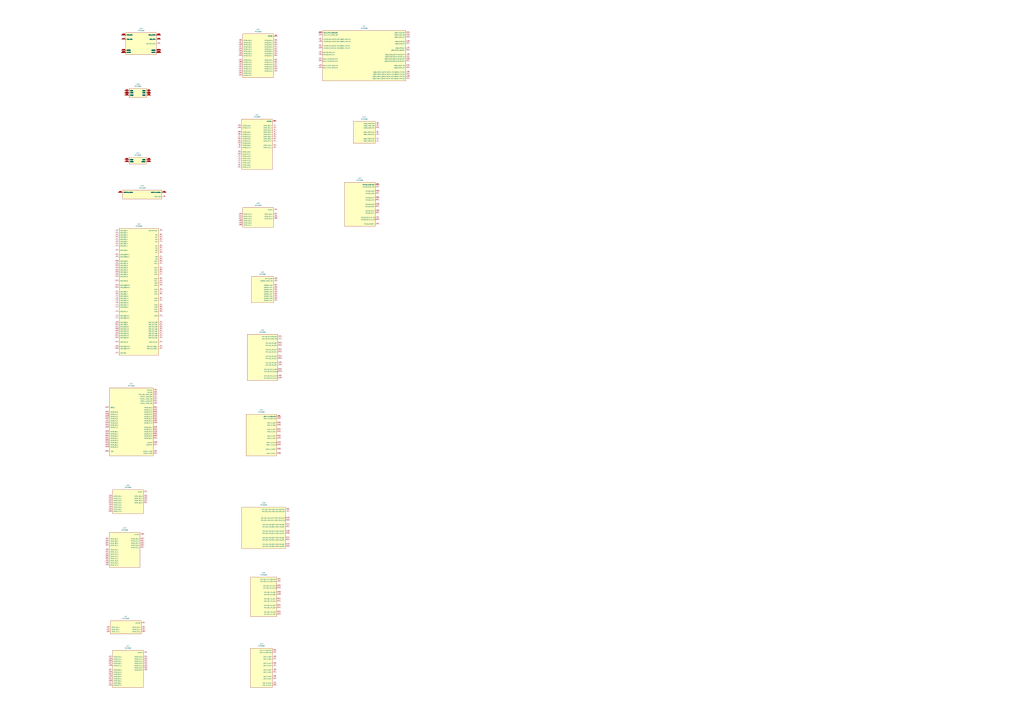
<source format=kicad_sch>
(kicad_sch (version 20250114) (generator "eeschema") (generator_version "9.0")
  (paper "A0")
  (symbol (lib_id "RK3568:RK3568") (at 165.1 226.06 0) (unit 4)
    (property "Reference" "U1" (at 165.1 215.9 0))
    (property "Value" "RK3568" (at 165.1 218.44 0))
    (property "Footprint" "RK3568:BGA636C65P28X28_1900X1900X168" (effects (hide yes)))
    (property "MF" "Rockchip" (effects (hide yes)))
    (property "MAXIMUM_PACKAGE_HEIGHT" "1.68mm" (effects (hide yes)))
    (property "Package" "None" (effects (hide yes)))
    (property "Price" "None" (effects (hide yes)))
    (property "Check_prices" "https://www.snapeda.com/parts/RK3568/Fuzhou+Rockchip+Electronics+Co/view-part/?ref=eda" (effects (hide yes)))
    (property "STANDARD" "IPC-7351B" (effects (hide yes)))
    (property "PARTREV" "1.3" (effects (hide yes)))
    (property "SnapEDA_Link" "https://www.snapeda.com/parts/RK3568/Fuzhou+Rockchip+Electronics+Co/view-part/?ref=snap" (effects (hide yes)))
    (property "MP" "RK3568" (effects (hide yes)))
    (property "Description_1" "Quad-core Cortex-A55 up to 2.0GHz" (effects (hide yes)))
    (property "Availability" "In Stock" (effects (hide yes)))
    (property "MANUFACTURER" "Rockchip Electronics" (effects (hide yes)))
  )
  (symbol (lib_id "RK3568:RK3568") (at 160.02 185.42 0) (unit 3)
    (property "Reference" "U1" (at 160.02 177.8 0))
    (property "Value" "RK3568" (at 160.02 180.34 0))
    (property "Footprint" "RK3568:BGA636C65P28X28_1900X1900X168" (effects (hide yes)))
    (property "MF" "Rockchip" (effects (hide yes)))
    (property "MAXIMUM_PACKAGE_HEIGHT" "1.68mm" (effects (hide yes)))
    (property "Package" "None" (effects (hide yes)))
    (property "Price" "None" (effects (hide yes)))
    (property "Check_prices" "https://www.snapeda.com/parts/RK3568/Fuzhou+Rockchip+Electronics+Co/view-part/?ref=eda" (effects (hide yes)))
    (property "STANDARD" "IPC-7351B" (effects (hide yes)))
    (property "PARTREV" "1.3" (effects (hide yes)))
    (property "SnapEDA_Link" "https://www.snapeda.com/parts/RK3568/Fuzhou+Rockchip+Electronics+Co/view-part/?ref=snap" (effects (hide yes)))
    (property "MP" "RK3568" (effects (hide yes)))
    (property "Description_1" "Quad-core Cortex-A55 up to 2.0GHz" (effects (hide yes)))
    (property "Availability" "In Stock" (effects (hide yes)))
    (property "MANUFACTURER" "Rockchip Electronics" (effects (hide yes)))
  )
  (symbol (lib_id "RK3568:RK3568") (at 146.05 728.98 0) (unit 9)
    (property "Reference" "U1" (at 146.05 716.28 0))
    (property "Value" "RK3568" (at 146.05 718.82 0))
    (property "Footprint" "RK3568:BGA636C65P28X28_1900X1900X168" (effects (hide yes)))
    (property "MF" "Rockchip" (effects (hide yes)))
    (property "MAXIMUM_PACKAGE_HEIGHT" "1.68mm" (effects (hide yes)))
    (property "Package" "None" (effects (hide yes)))
    (property "Price" "None" (effects (hide yes)))
    (property "Check_prices" "https://www.snapeda.com/parts/RK3568/Fuzhou+Rockchip+Electronics+Co/view-part/?ref=eda" (effects (hide yes)))
    (property "STANDARD" "IPC-7351B" (effects (hide yes)))
    (property "PARTREV" "1.3" (effects (hide yes)))
    (property "SnapEDA_Link" "https://www.snapeda.com/parts/RK3568/Fuzhou+Rockchip+Electronics+Co/view-part/?ref=snap" (effects (hide yes)))
    (property "MP" "RK3568" (effects (hide yes)))
    (property "Description_1" "Quad-core Cortex-A55 up to 2.0GHz" (effects (hide yes)))
    (property "Availability" "In Stock" (effects (hide yes)))
    (property "MANUFACTURER" "Rockchip Electronics" (effects (hide yes)))
  )
  (symbol (lib_id "RK3568:RK3568") (at 303.53 504.19 0) (unit 16)
    (property "Reference" "U1" (at 303.53 476.25 0))
    (property "Value" "RK3568" (at 303.53 478.79 0))
    (property "Footprint" "RK3568:BGA636C65P28X28_1900X1900X168" (effects (hide yes)))
    (property "MF" "Rockchip" (effects (hide yes)))
    (property "MAXIMUM_PACKAGE_HEIGHT" "1.68mm" (effects (hide yes)))
    (property "Package" "None" (effects (hide yes)))
    (property "Price" "None" (effects (hide yes)))
    (property "Check_prices" "https://www.snapeda.com/parts/RK3568/Fuzhou+Rockchip+Electronics+Co/view-part/?ref=eda" (effects (hide yes)))
    (property "STANDARD" "IPC-7351B" (effects (hide yes)))
    (property "PARTREV" "1.3" (effects (hide yes)))
    (property "SnapEDA_Link" "https://www.snapeda.com/parts/RK3568/Fuzhou+Rockchip+Electronics+Co/view-part/?ref=snap" (effects (hide yes)))
    (property "MP" "RK3568" (effects (hide yes)))
    (property "Description_1" "Quad-core Cortex-A55 up to 2.0GHz" (effects (hide yes)))
    (property "Availability" "In Stock" (effects (hide yes)))
    (property "MANUFACTURER" "Rockchip Electronics" (effects (hide yes)))
  )
  (symbol (lib_id "RK3568:RK3568") (at 422.91 153.67 0) (unit 21)
    (property "Reference" "U1" (at 422.91 135.89 0))
    (property "Value" "RK3568" (at 422.91 138.43 0))
    (property "Footprint" "RK3568:BGA636C65P28X28_1900X1900X168" (effects (hide yes)))
    (property "MF" "Rockchip" (effects (hide yes)))
    (property "MAXIMUM_PACKAGE_HEIGHT" "1.68mm" (effects (hide yes)))
    (property "Package" "None" (effects (hide yes)))
    (property "Price" "None" (effects (hide yes)))
    (property "Check_prices" "https://www.snapeda.com/parts/RK3568/Fuzhou+Rockchip+Electronics+Co/view-part/?ref=eda" (effects (hide yes)))
    (property "STANDARD" "IPC-7351B" (effects (hide yes)))
    (property "PARTREV" "1.3" (effects (hide yes)))
    (property "SnapEDA_Link" "https://www.snapeda.com/parts/RK3568/Fuzhou+Rockchip+Electronics+Co/view-part/?ref=snap" (effects (hide yes)))
    (property "MP" "RK3568" (effects (hide yes)))
    (property "Description_1" "Quad-core Cortex-A55 up to 2.0GHz" (effects (hide yes)))
    (property "Availability" "In Stock" (effects (hide yes)))
    (property "MANUFACTURER" "Rockchip Electronics" (effects (hide yes)))
  )
  (symbol (lib_id "RK3568:RK3568") (at 306.07 612.14 0) (unit 17)
    (property "Reference" "U1" (at 306.07 584.2 0))
    (property "Value" "RK3568" (at 306.07 586.74 0))
    (property "Footprint" "RK3568:BGA636C65P28X28_1900X1900X168" (effects (hide yes)))
    (property "MF" "Rockchip" (effects (hide yes)))
    (property "MAXIMUM_PACKAGE_HEIGHT" "1.68mm" (effects (hide yes)))
    (property "Package" "None" (effects (hide yes)))
    (property "Price" "None" (effects (hide yes)))
    (property "Check_prices" "https://www.snapeda.com/parts/RK3568/Fuzhou+Rockchip+Electronics+Co/view-part/?ref=eda" (effects (hide yes)))
    (property "STANDARD" "IPC-7351B" (effects (hide yes)))
    (property "PARTREV" "1.3" (effects (hide yes)))
    (property "SnapEDA_Link" "https://www.snapeda.com/parts/RK3568/Fuzhou+Rockchip+Electronics+Co/view-part/?ref=snap" (effects (hide yes)))
    (property "MP" "RK3568" (effects (hide yes)))
    (property "Description_1" "Quad-core Cortex-A55 up to 2.0GHz" (effects (hide yes)))
    (property "Availability" "In Stock" (effects (hide yes)))
    (property "MANUFACTURER" "Rockchip Electronics" (effects (hide yes)))
  )
  (symbol (lib_id "RK3568:RK3568") (at 306.07 693.42 0) (unit 18)
    (property "Reference" "U1" (at 306.07 665.48 0))
    (property "Value" "RK3568" (at 306.07 668.02 0))
    (property "Footprint" "RK3568:BGA636C65P28X28_1900X1900X168" (effects (hide yes)))
    (property "MF" "Rockchip" (effects (hide yes)))
    (property "MAXIMUM_PACKAGE_HEIGHT" "1.68mm" (effects (hide yes)))
    (property "Package" "None" (effects (hide yes)))
    (property "Price" "None" (effects (hide yes)))
    (property "Check_prices" "https://www.snapeda.com/parts/RK3568/Fuzhou+Rockchip+Electronics+Co/view-part/?ref=eda" (effects (hide yes)))
    (property "STANDARD" "IPC-7351B" (effects (hide yes)))
    (property "PARTREV" "1.3" (effects (hide yes)))
    (property "SnapEDA_Link" "https://www.snapeda.com/parts/RK3568/Fuzhou+Rockchip+Electronics+Co/view-part/?ref=snap" (effects (hide yes)))
    (property "MP" "RK3568" (effects (hide yes)))
    (property "Description_1" "Quad-core Cortex-A55 up to 2.0GHz" (effects (hide yes)))
    (property "Availability" "In Stock" (effects (hide yes)))
    (property "MANUFACTURER" "Rockchip Electronics" (effects (hide yes)))
  )
  (symbol (lib_id "RK3568:RK3568") (at 160.02 107.95 0) (unit 2)
    (property "Reference" "U1" (at 160.02 97.79 0))
    (property "Value" "RK3568" (at 160.02 100.33 0))
    (property "Footprint" "RK3568:BGA636C65P28X28_1900X1900X168" (effects (hide yes)))
    (property "MF" "Rockchip" (effects (hide yes)))
    (property "MAXIMUM_PACKAGE_HEIGHT" "1.68mm" (effects (hide yes)))
    (property "Package" "None" (effects (hide yes)))
    (property "Price" "None" (effects (hide yes)))
    (property "Check_prices" "https://www.snapeda.com/parts/RK3568/Fuzhou+Rockchip+Electronics+Co/view-part/?ref=eda" (effects (hide yes)))
    (property "STANDARD" "IPC-7351B" (effects (hide yes)))
    (property "PARTREV" "1.3" (effects (hide yes)))
    (property "SnapEDA_Link" "https://www.snapeda.com/parts/RK3568/Fuzhou+Rockchip+Electronics+Co/view-part/?ref=snap" (effects (hide yes)))
    (property "MP" "RK3568" (effects (hide yes)))
    (property "Description_1" "Quad-core Cortex-A55 up to 2.0GHz" (effects (hide yes)))
    (property "Availability" "In Stock" (effects (hide yes)))
    (property "MANUFACTURER" "Rockchip Electronics" (effects (hide yes)))
  )
  (symbol (lib_id "RK3568:RK3568") (at 299.72 254 0) (unit 13)
    (property "Reference" "U1" (at 299.72 236.22 0))
    (property "Value" "RK3568" (at 299.72 238.76 0))
    (property "Footprint" "RK3568:BGA636C65P28X28_1900X1900X168" (effects (hide yes)))
    (property "MF" "Rockchip" (effects (hide yes)))
    (property "MAXIMUM_PACKAGE_HEIGHT" "1.68mm" (effects (hide yes)))
    (property "Package" "None" (effects (hide yes)))
    (property "Price" "None" (effects (hide yes)))
    (property "Check_prices" "https://www.snapeda.com/parts/RK3568/Fuzhou+Rockchip+Electronics+Co/view-part/?ref=eda" (effects (hide yes)))
    (property "STANDARD" "IPC-7351B" (effects (hide yes)))
    (property "PARTREV" "1.3" (effects (hide yes)))
    (property "SnapEDA_Link" "https://www.snapeda.com/parts/RK3568/Fuzhou+Rockchip+Electronics+Co/view-part/?ref=snap" (effects (hide yes)))
    (property "MP" "RK3568" (effects (hide yes)))
    (property "Description_1" "Quad-core Cortex-A55 up to 2.0GHz" (effects (hide yes)))
    (property "Availability" "In Stock" (effects (hide yes)))
    (property "MANUFACTURER" "Rockchip Electronics" (effects (hide yes)))
  )
  (symbol (lib_id "RK3568:RK3568") (at 422.91 66.04 0) (unit 20)
    (property "Reference" "U1" (at 422.91 30.48 0))
    (property "Value" "RK3568" (at 422.91 33.02 0))
    (property "Footprint" "RK3568:BGA636C65P28X28_1900X1900X168" (effects (hide yes)))
    (property "MF" "Rockchip" (effects (hide yes)))
    (property "MAXIMUM_PACKAGE_HEIGHT" "1.68mm" (effects (hide yes)))
    (property "Package" "None" (effects (hide yes)))
    (property "Price" "None" (effects (hide yes)))
    (property "Check_prices" "https://www.snapeda.com/parts/RK3568/Fuzhou+Rockchip+Electronics+Co/view-part/?ref=eda" (effects (hide yes)))
    (property "STANDARD" "IPC-7351B" (effects (hide yes)))
    (property "PARTREV" "1.3" (effects (hide yes)))
    (property "SnapEDA_Link" "https://www.snapeda.com/parts/RK3568/Fuzhou+Rockchip+Electronics+Co/view-part/?ref=snap" (effects (hide yes)))
    (property "MP" "RK3568" (effects (hide yes)))
    (property "Description_1" "Quad-core Cortex-A55 up to 2.0GHz" (effects (hide yes)))
    (property "Availability" "In Stock" (effects (hide yes)))
    (property "MANUFACTURER" "Rockchip Electronics" (effects (hide yes)))
  )
  (symbol (lib_id "RK3568:RK3568") (at 148.59 775.97 0) (unit 10)
    (property "Reference" "U1" (at 148.59 750.57 0))
    (property "Value" "RK3568" (at 148.59 753.11 0))
    (property "Footprint" "RK3568:BGA636C65P28X28_1900X1900X168" (effects (hide yes)))
    (property "MF" "Rockchip" (effects (hide yes)))
    (property "MAXIMUM_PACKAGE_HEIGHT" "1.68mm" (effects (hide yes)))
    (property "Package" "None" (effects (hide yes)))
    (property "Price" "None" (effects (hide yes)))
    (property "Check_prices" "https://www.snapeda.com/parts/RK3568/Fuzhou+Rockchip+Electronics+Co/view-part/?ref=eda" (effects (hide yes)))
    (property "STANDARD" "IPC-7351B" (effects (hide yes)))
    (property "PARTREV" "1.3" (effects (hide yes)))
    (property "SnapEDA_Link" "https://www.snapeda.com/parts/RK3568/Fuzhou+Rockchip+Electronics+Co/view-part/?ref=snap" (effects (hide yes)))
    (property "MP" "RK3568" (effects (hide yes)))
    (property "Description_1" "Quad-core Cortex-A55 up to 2.0GHz" (effects (hide yes)))
    (property "Availability" "In Stock" (effects (hide yes)))
    (property "MANUFACTURER" "Rockchip Electronics" (effects (hide yes)))
  )
  (symbol (lib_id "RK3568:RK3568") (at 148.59 584.2 0) (unit 7)
    (property "Reference" "U1" (at 148.59 563.88 0))
    (property "Value" "RK3568" (at 148.59 566.42 0))
    (property "Footprint" "RK3568:BGA636C65P28X28_1900X1900X168" (effects (hide yes)))
    (property "MF" "Rockchip" (effects (hide yes)))
    (property "MAXIMUM_PACKAGE_HEIGHT" "1.68mm" (effects (hide yes)))
    (property "Package" "None" (effects (hide yes)))
    (property "Price" "None" (effects (hide yes)))
    (property "Check_prices" "https://www.snapeda.com/parts/RK3568/Fuzhou+Rockchip+Electronics+Co/view-part/?ref=eda" (effects (hide yes)))
    (property "STANDARD" "IPC-7351B" (effects (hide yes)))
    (property "PARTREV" "1.3" (effects (hide yes)))
    (property "SnapEDA_Link" "https://www.snapeda.com/parts/RK3568/Fuzhou+Rockchip+Electronics+Co/view-part/?ref=snap" (effects (hide yes)))
    (property "MP" "RK3568" (effects (hide yes)))
    (property "Description_1" "Quad-core Cortex-A55 up to 2.0GHz" (effects (hide yes)))
    (property "Availability" "In Stock" (effects (hide yes)))
    (property "MANUFACTURER" "Rockchip Electronics" (effects (hide yes)))
  )
  (symbol (lib_id "RK3568:RK3568") (at 161.29 339.09 0) (unit 5)
    (property "Reference" "U1" (at 161.29 260.35 0))
    (property "Value" "RK3568" (at 161.29 262.89 0))
    (property "Footprint" "RK3568:BGA636C65P28X28_1900X1900X168" (effects (hide yes)))
    (property "MF" "Rockchip" (effects (hide yes)))
    (property "MAXIMUM_PACKAGE_HEIGHT" "1.68mm" (effects (hide yes)))
    (property "Package" "None" (effects (hide yes)))
    (property "Price" "None" (effects (hide yes)))
    (property "Check_prices" "https://www.snapeda.com/parts/RK3568/Fuzhou+Rockchip+Electronics+Co/view-part/?ref=eda" (effects (hide yes)))
    (property "STANDARD" "IPC-7351B" (effects (hide yes)))
    (property "PARTREV" "1.3" (effects (hide yes)))
    (property "SnapEDA_Link" "https://www.snapeda.com/parts/RK3568/Fuzhou+Rockchip+Electronics+Co/view-part/?ref=snap" (effects (hide yes)))
    (property "MP" "RK3568" (effects (hide yes)))
    (property "Description_1" "Quad-core Cortex-A55 up to 2.0GHz" (effects (hide yes)))
    (property "Availability" "In Stock" (effects (hide yes)))
    (property "MANUFACTURER" "Rockchip Electronics" (effects (hide yes)))
  )
  (symbol (lib_id "RK3568:RK3568") (at 152.4 488.95 0) (unit 6)
    (property "Reference" "U1" (at 152.4 445.77 0))
    (property "Value" "RK3568" (at 152.4 448.31 0))
    (property "Footprint" "RK3568:BGA636C65P28X28_1900X1900X168" (effects (hide yes)))
    (property "MF" "Rockchip" (effects (hide yes)))
    (property "MAXIMUM_PACKAGE_HEIGHT" "1.68mm" (effects (hide yes)))
    (property "Package" "None" (effects (hide yes)))
    (property "Price" "None" (effects (hide yes)))
    (property "Check_prices" "https://www.snapeda.com/parts/RK3568/Fuzhou+Rockchip+Electronics+Co/view-part/?ref=eda" (effects (hide yes)))
    (property "STANDARD" "IPC-7351B" (effects (hide yes)))
    (property "PARTREV" "1.3" (effects (hide yes)))
    (property "SnapEDA_Link" "https://www.snapeda.com/parts/RK3568/Fuzhou+Rockchip+Electronics+Co/view-part/?ref=snap" (effects (hide yes)))
    (property "MP" "RK3568" (effects (hide yes)))
    (property "Description_1" "Quad-core Cortex-A55 up to 2.0GHz" (effects (hide yes)))
    (property "Availability" "In Stock" (effects (hide yes)))
    (property "MANUFACTURER" "Rockchip Electronics" (effects (hide yes)))
  )
  (symbol (lib_id "RK3568:RK3568") (at 417.83 237.49 0) (unit 22)
    (property "Reference" "U1" (at 417.83 207.01 0))
    (property "Value" "RK3568" (at 417.83 209.55 0))
    (property "Footprint" "RK3568:BGA636C65P28X28_1900X1900X168" (effects (hide yes)))
    (property "MF" "Rockchip" (effects (hide yes)))
    (property "MAXIMUM_PACKAGE_HEIGHT" "1.68mm" (effects (hide yes)))
    (property "Package" "None" (effects (hide yes)))
    (property "Price" "None" (effects (hide yes)))
    (property "Check_prices" "https://www.snapeda.com/parts/RK3568/Fuzhou+Rockchip+Electronics+Co/view-part/?ref=eda" (effects (hide yes)))
    (property "STANDARD" "IPC-7351B" (effects (hide yes)))
    (property "PARTREV" "1.3" (effects (hide yes)))
    (property "SnapEDA_Link" "https://www.snapeda.com/parts/RK3568/Fuzhou+Rockchip+Electronics+Co/view-part/?ref=snap" (effects (hide yes)))
    (property "MP" "RK3568" (effects (hide yes)))
    (property "Description_1" "Quad-core Cortex-A55 up to 2.0GHz" (effects (hide yes)))
    (property "Availability" "In Stock" (effects (hide yes)))
    (property "MANUFACTURER" "Rockchip Electronics" (effects (hide yes)))
  )
  (symbol (lib_id "RK3568:RK3568") (at 304.8 336.55 0) (unit 14)
    (property "Reference" "U1" (at 304.8 316.23 0))
    (property "Value" "RK3568" (at 304.8 318.77 0))
    (property "Footprint" "RK3568:BGA636C65P28X28_1900X1900X168" (effects (hide yes)))
    (property "MF" "Rockchip" (effects (hide yes)))
    (property "MAXIMUM_PACKAGE_HEIGHT" "1.68mm" (effects (hide yes)))
    (property "Package" "None" (effects (hide yes)))
    (property "Price" "None" (effects (hide yes)))
    (property "Check_prices" "https://www.snapeda.com/parts/RK3568/Fuzhou+Rockchip+Electronics+Co/view-part/?ref=eda" (effects (hide yes)))
    (property "STANDARD" "IPC-7351B" (effects (hide yes)))
    (property "PARTREV" "1.3" (effects (hide yes)))
    (property "SnapEDA_Link" "https://www.snapeda.com/parts/RK3568/Fuzhou+Rockchip+Electronics+Co/view-part/?ref=snap" (effects (hide yes)))
    (property "MP" "RK3568" (effects (hide yes)))
    (property "Description_1" "Quad-core Cortex-A55 up to 2.0GHz" (effects (hide yes)))
    (property "Availability" "In Stock" (effects (hide yes)))
    (property "MANUFACTURER" "Rockchip Electronics" (effects (hide yes)))
  )
  (symbol (lib_id "RK3568:RK3568") (at 298.45 168.91 0) (unit 12)
    (property "Reference" "U1" (at 298.45 133.35 0))
    (property "Value" "RK3568" (at 298.45 135.89 0))
    (property "Footprint" "RK3568:BGA636C65P28X28_1900X1900X168" (effects (hide yes)))
    (property "MF" "Rockchip" (effects (hide yes)))
    (property "MAXIMUM_PACKAGE_HEIGHT" "1.68mm" (effects (hide yes)))
    (property "Package" "None" (effects (hide yes)))
    (property "Price" "None" (effects (hide yes)))
    (property "Check_prices" "https://www.snapeda.com/parts/RK3568/Fuzhou+Rockchip+Electronics+Co/view-part/?ref=eda" (effects (hide yes)))
    (property "STANDARD" "IPC-7351B" (effects (hide yes)))
    (property "PARTREV" "1.3" (effects (hide yes)))
    (property "SnapEDA_Link" "https://www.snapeda.com/parts/RK3568/Fuzhou+Rockchip+Electronics+Co/view-part/?ref=snap" (effects (hide yes)))
    (property "MP" "RK3568" (effects (hide yes)))
    (property "Description_1" "Quad-core Cortex-A55 up to 2.0GHz" (effects (hide yes)))
    (property "Availability" "In Stock" (effects (hide yes)))
    (property "MANUFACTURER" "Rockchip Electronics" (effects (hide yes)))
  )
  (symbol (lib_id "RK3568:RK3568") (at 163.83 50.8 0) (unit 1)
    (property "Reference" "U1" (at 163.83 33.02 0))
    (property "Value" "RK3568" (at 163.83 35.56 0))
    (property "Footprint" "RK3568:BGA636C65P28X28_1900X1900X168" (effects (hide yes)))
    (property "MF" "Rockchip" (effects (hide yes)))
    (property "MAXIMUM_PACKAGE_HEIGHT" "1.68mm" (effects (hide yes)))
    (property "Package" "None" (effects (hide yes)))
    (property "Price" "None" (effects (hide yes)))
    (property "Check_prices" "https://www.snapeda.com/parts/RK3568/Fuzhou+Rockchip+Electronics+Co/view-part/?ref=eda" (effects (hide yes)))
    (property "STANDARD" "IPC-7351B" (effects (hide yes)))
    (property "PARTREV" "1.3" (effects (hide yes)))
    (property "SnapEDA_Link" "https://www.snapeda.com/parts/RK3568/Fuzhou+Rockchip+Electronics+Co/view-part/?ref=snap" (effects (hide yes)))
    (property "MP" "RK3568" (effects (hide yes)))
    (property "Description_1" "Quad-core Cortex-A55 up to 2.0GHz" (effects (hide yes)))
    (property "Availability" "In Stock" (effects (hide yes)))
    (property "MANUFACTURER" "Rockchip Electronics" (effects (hide yes)))
  )
  (symbol (lib_id "RK3568:RK3568") (at 299.72 64.77 0) (unit 11)
    (property "Reference" "U1" (at 299.72 34.29 0))
    (property "Value" "RK3568" (at 299.72 36.83 0))
    (property "Footprint" "RK3568:BGA636C65P28X28_1900X1900X168" (effects (hide yes)))
    (property "MF" "Rockchip" (effects (hide yes)))
    (property "MAXIMUM_PACKAGE_HEIGHT" "1.68mm" (effects (hide yes)))
    (property "Package" "None" (effects (hide yes)))
    (property "Price" "None" (effects (hide yes)))
    (property "Check_prices" "https://www.snapeda.com/parts/RK3568/Fuzhou+Rockchip+Electronics+Co/view-part/?ref=eda" (effects (hide yes)))
    (property "STANDARD" "IPC-7351B" (effects (hide yes)))
    (property "PARTREV" "1.3" (effects (hide yes)))
    (property "SnapEDA_Link" "https://www.snapeda.com/parts/RK3568/Fuzhou+Rockchip+Electronics+Co/view-part/?ref=snap" (effects (hide yes)))
    (property "MP" "RK3568" (effects (hide yes)))
    (property "Description_1" "Quad-core Cortex-A55 up to 2.0GHz" (effects (hide yes)))
    (property "Availability" "In Stock" (effects (hide yes)))
    (property "MANUFACTURER" "Rockchip Electronics" (effects (hide yes)))
  )
  (symbol (lib_id "RK3568:RK3568") (at 303.53 775.97 0) (unit 19)
    (property "Reference" "U1" (at 303.53 748.03 0))
    (property "Value" "RK3568" (at 303.53 750.57 0))
    (property "Footprint" "RK3568:BGA636C65P28X28_1900X1900X168" (effects (hide yes)))
    (property "MF" "Rockchip" (effects (hide yes)))
    (property "MAXIMUM_PACKAGE_HEIGHT" "1.68mm" (effects (hide yes)))
    (property "Package" "None" (effects (hide yes)))
    (property "Price" "None" (effects (hide yes)))
    (property "Check_prices" "https://www.snapeda.com/parts/RK3568/Fuzhou+Rockchip+Electronics+Co/view-part/?ref=eda" (effects (hide yes)))
    (property "STANDARD" "IPC-7351B" (effects (hide yes)))
    (property "PARTREV" "1.3" (effects (hide yes)))
    (property "SnapEDA_Link" "https://www.snapeda.com/parts/RK3568/Fuzhou+Rockchip+Electronics+Co/view-part/?ref=snap" (effects (hide yes)))
    (property "MP" "RK3568" (effects (hide yes)))
    (property "Description_1" "Quad-core Cortex-A55 up to 2.0GHz" (effects (hide yes)))
    (property "Availability" "In Stock" (effects (hide yes)))
    (property "MANUFACTURER" "Rockchip Electronics" (effects (hide yes)))
  )
  (symbol (lib_id "RK3568:RK3568") (at 304.8 414.02 0) (unit 15)
    (property "Reference" "U1" (at 304.8 383.54 0))
    (property "Value" "RK3568" (at 304.8 386.08 0))
    (property "Footprint" "RK3568:BGA636C65P28X28_1900X1900X168" (effects (hide yes)))
    (property "MF" "Rockchip" (effects (hide yes)))
    (property "MAXIMUM_PACKAGE_HEIGHT" "1.68mm" (effects (hide yes)))
    (property "Package" "None" (effects (hide yes)))
    (property "Price" "None" (effects (hide yes)))
    (property "Check_prices" "https://www.snapeda.com/parts/RK3568/Fuzhou+Rockchip+Electronics+Co/view-part/?ref=eda" (effects (hide yes)))
    (property "STANDARD" "IPC-7351B" (effects (hide yes)))
    (property "PARTREV" "1.3" (effects (hide yes)))
    (property "SnapEDA_Link" "https://www.snapeda.com/parts/RK3568/Fuzhou+Rockchip+Electronics+Co/view-part/?ref=snap" (effects (hide yes)))
    (property "MP" "RK3568" (effects (hide yes)))
    (property "Description_1" "Quad-core Cortex-A55 up to 2.0GHz" (effects (hide yes)))
    (property "Availability" "In Stock" (effects (hide yes)))
    (property "MANUFACTURER" "Rockchip Electronics" (effects (hide yes)))
  )
  (symbol (lib_id "RK3568:RK3568") (at 144.78 638.81 0) (unit 8)
    (property "Reference" "U1" (at 144.78 613.41 0))
    (property "Value" "RK3568" (at 144.78 615.95 0))
    (property "Footprint" "RK3568:BGA636C65P28X28_1900X1900X168" (effects (hide yes)))
    (property "MF" "Rockchip" (effects (hide yes)))
    (property "MAXIMUM_PACKAGE_HEIGHT" "1.68mm" (effects (hide yes)))
    (property "Package" "None" (effects (hide yes)))
    (property "Price" "None" (effects (hide yes)))
    (property "Check_prices" "https://www.snapeda.com/parts/RK3568/Fuzhou+Rockchip+Electronics+Co/view-part/?ref=eda" (effects (hide yes)))
    (property "STANDARD" "IPC-7351B" (effects (hide yes)))
    (property "PARTREV" "1.3" (effects (hide yes)))
    (property "SnapEDA_Link" "https://www.snapeda.com/parts/RK3568/Fuzhou+Rockchip+Electronics+Co/view-part/?ref=snap" (effects (hide yes)))
    (property "MP" "RK3568" (effects (hide yes)))
    (property "Description_1" "Quad-core Cortex-A55 up to 2.0GHz" (effects (hide yes)))
    (property "Availability" "In Stock" (effects (hide yes)))
    (property "MANUFACTURER" "Rockchip Electronics" (effects (hide yes)))
  )
)
</source>
